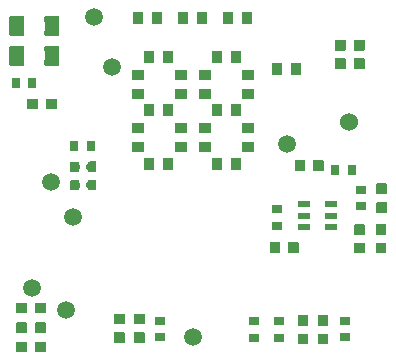
<source format=gtp>
G04*
G04 #@! TF.GenerationSoftware,Altium Limited,Altium Designer,20.0.2 (26)*
G04*
G04 Layer_Color=8421504*
%FSLAX25Y25*%
%MOIN*%
G70*
G01*
G75*
%ADD17C,0.06000*%
%ADD18C,0.05906*%
%ADD19R,0.03543X0.03937*%
%ADD20R,0.03150X0.03543*%
%ADD21R,0.03543X0.03150*%
%ADD22R,0.03150X0.03402*%
%ADD23R,0.03937X0.03543*%
%ADD24R,0.03402X0.03175*%
%ADD25R,0.03175X0.03402*%
%ADD26R,0.04754X0.06697*%
%ADD27R,0.04221X0.02095*%
G36*
X26064Y118955D02*
Y113045D01*
X25671Y112652D01*
X21704D01*
X21310Y113045D01*
Y114468D01*
X21704Y114862D01*
X22533D01*
X22927Y115255D01*
Y116745D01*
X22533Y117139D01*
X21704D01*
X21310Y117532D01*
Y118955D01*
X21704Y119348D01*
X25671D01*
X26064Y118955D01*
D02*
G37*
G36*
X14421D02*
Y117532D01*
X14027Y117139D01*
X13198D01*
X12804Y116745D01*
Y115255D01*
X13198Y114862D01*
X14027D01*
X14421Y114468D01*
Y113045D01*
X14027Y112652D01*
X10060D01*
X9667Y113045D01*
Y118955D01*
X10060Y119348D01*
X14027D01*
X14421Y118955D01*
D02*
G37*
G36*
X128072Y111205D02*
Y108094D01*
X127875Y107898D01*
X126977D01*
Y109394D01*
X125678D01*
Y107898D01*
X124725D01*
X124528Y108094D01*
Y111205D01*
X124725Y111401D01*
X127875D01*
X128072Y111205D01*
D02*
G37*
G36*
X121772D02*
Y108094D01*
X121575Y107898D01*
X120677D01*
Y109394D01*
X119378D01*
Y107898D01*
X118425D01*
X118228Y108094D01*
Y111205D01*
X118425Y111401D01*
X121575D01*
X121772Y111205D01*
D02*
G37*
G36*
X128072Y104945D02*
Y101795D01*
X127875Y101598D01*
X124725D01*
X124528Y101795D01*
Y104945D01*
X124725Y105142D01*
X125678D01*
Y103685D01*
X126977D01*
Y105142D01*
X127875D01*
X128072Y104945D01*
D02*
G37*
G36*
X121772D02*
Y101795D01*
X121575Y101598D01*
X118425D01*
X118228Y101795D01*
Y104945D01*
X118425Y105142D01*
X119378D01*
Y103685D01*
X120677D01*
Y105142D01*
X121575D01*
X121772Y104945D01*
D02*
G37*
G36*
X26064Y109055D02*
Y103145D01*
X25671Y102752D01*
X21704D01*
X21310Y103145D01*
Y104568D01*
X21704Y104962D01*
X22533D01*
X22927Y105355D01*
Y106845D01*
X22533Y107238D01*
X21704D01*
X21310Y107632D01*
Y109055D01*
X21704Y109448D01*
X25671D01*
X26064Y109055D01*
D02*
G37*
G36*
X14421D02*
Y107632D01*
X14027Y107238D01*
X13198D01*
X12804Y106845D01*
Y105355D01*
X13198Y104962D01*
X14027D01*
X14421Y104568D01*
Y103145D01*
X14027Y102752D01*
X10060D01*
X9667Y103145D01*
Y109055D01*
X10060Y109448D01*
X14027D01*
X14421Y109055D01*
D02*
G37*
G36*
X25402Y91575D02*
Y88425D01*
X25205Y88228D01*
X22055D01*
X21858Y88425D01*
Y89378D01*
X23315D01*
Y90677D01*
X21858D01*
Y91575D01*
X22055Y91772D01*
X25205D01*
X25402Y91575D01*
D02*
G37*
G36*
X19102D02*
Y90677D01*
X17606D01*
Y89378D01*
X19102D01*
Y88425D01*
X18906Y88228D01*
X15795D01*
X15598Y88425D01*
Y91575D01*
X15795Y91772D01*
X18906D01*
X19102Y91575D01*
D02*
G37*
G36*
X114502Y71175D02*
Y68025D01*
X114305Y67828D01*
X111194D01*
X110998Y68025D01*
Y68923D01*
X112494D01*
Y70222D01*
X110998D01*
Y71175D01*
X111194Y71372D01*
X114305D01*
X114502Y71175D01*
D02*
G37*
G36*
X108242D02*
Y70222D01*
X106785D01*
Y68923D01*
X108242D01*
Y68025D01*
X108045Y67828D01*
X104895D01*
X104698Y68025D01*
Y71175D01*
X104895Y71372D01*
X108045D01*
X108242Y71175D01*
D02*
G37*
G36*
X38652Y70612D02*
Y67714D01*
X38400Y67462D01*
X36419D01*
X35339Y68619D01*
Y69707D01*
X36419Y70864D01*
X38400D01*
X38652Y70612D01*
D02*
G37*
G36*
X33309Y69663D02*
Y68574D01*
X32230Y67418D01*
X30248D01*
X29996Y67670D01*
Y70567D01*
X30248Y70819D01*
X32230D01*
X33309Y69663D01*
D02*
G37*
G36*
X38652Y64509D02*
Y61611D01*
X38400Y61359D01*
X36419D01*
X35339Y62515D01*
Y63604D01*
X36419Y64761D01*
X38400D01*
X38652Y64509D01*
D02*
G37*
G36*
X33309Y63560D02*
Y62471D01*
X32230Y61315D01*
X30248D01*
X29996Y61567D01*
Y64464D01*
X30248Y64716D01*
X32230D01*
X33309Y63560D01*
D02*
G37*
G36*
X135472Y63405D02*
Y60255D01*
X135275Y60058D01*
X134322D01*
Y61515D01*
X133023D01*
Y60058D01*
X132125D01*
X131928Y60255D01*
Y63405D01*
X132125Y63602D01*
X135275D01*
X135472Y63405D01*
D02*
G37*
G36*
Y57106D02*
Y53995D01*
X135275Y53799D01*
X132125D01*
X131928Y53995D01*
Y57106D01*
X132125Y57302D01*
X133023D01*
Y55806D01*
X134322D01*
Y57302D01*
X135275D01*
X135472Y57106D01*
D02*
G37*
G36*
X135295Y49826D02*
Y46676D01*
X135099Y46480D01*
X134146D01*
Y47936D01*
X132846D01*
Y46480D01*
X131949D01*
X131752Y46676D01*
Y49826D01*
X131949Y50023D01*
X135099D01*
X135295Y49826D01*
D02*
G37*
G36*
X128195D02*
Y46676D01*
X127998Y46480D01*
X127046D01*
Y47936D01*
X125746D01*
Y46480D01*
X124849D01*
X124652Y46676D01*
Y49826D01*
X124849Y50023D01*
X127998D01*
X128195Y49826D01*
D02*
G37*
G36*
X135295Y43527D02*
Y40417D01*
X135099Y40220D01*
X131949D01*
X131752Y40417D01*
Y43527D01*
X131949Y43724D01*
X132846D01*
Y42228D01*
X134146D01*
Y43724D01*
X135099D01*
X135295Y43527D01*
D02*
G37*
G36*
X128195D02*
Y40417D01*
X127998Y40220D01*
X124849D01*
X124652Y40417D01*
Y43527D01*
X124849Y43724D01*
X125746D01*
Y42228D01*
X127046D01*
Y43724D01*
X127998D01*
X128195Y43527D01*
D02*
G37*
G36*
X106160Y43844D02*
Y40694D01*
X105963Y40497D01*
X102852D01*
X102656Y40694D01*
Y41592D01*
X104152D01*
Y42891D01*
X102656D01*
Y43844D01*
X102852Y44041D01*
X105963D01*
X106160Y43844D01*
D02*
G37*
G36*
X99900D02*
Y42891D01*
X98443D01*
Y41592D01*
X99900D01*
Y40694D01*
X99703Y40497D01*
X96553D01*
X96356Y40694D01*
Y43844D01*
X96553Y44041D01*
X99703D01*
X99900Y43844D01*
D02*
G37*
G36*
X21802Y23575D02*
Y20425D01*
X21605Y20228D01*
X18455D01*
X18258Y20425D01*
Y21378D01*
X19715D01*
Y22677D01*
X18258D01*
Y23575D01*
X18455Y23772D01*
X21605D01*
X21802Y23575D01*
D02*
G37*
G36*
X15502D02*
Y22677D01*
X14006D01*
Y21378D01*
X15502D01*
Y20425D01*
X15306Y20228D01*
X12195D01*
X11998Y20425D01*
Y23575D01*
X12195Y23772D01*
X15306D01*
X15502Y23575D01*
D02*
G37*
G36*
X54772Y19969D02*
Y16858D01*
X54575Y16661D01*
X53677D01*
Y18158D01*
X52378D01*
Y16661D01*
X51425D01*
X51228Y16858D01*
Y19969D01*
X51425Y20165D01*
X54575D01*
X54772Y19969D01*
D02*
G37*
G36*
X48072Y19969D02*
Y16819D01*
X47875Y16622D01*
X46922D01*
Y18079D01*
X45623D01*
Y16622D01*
X44725D01*
X44528Y16819D01*
Y19969D01*
X44725Y20166D01*
X47875D01*
X48072Y19969D01*
D02*
G37*
G36*
X115972Y19483D02*
Y16373D01*
X115775Y16176D01*
X114877D01*
Y17672D01*
X113578D01*
Y16176D01*
X112625D01*
X112428Y16373D01*
Y19483D01*
X112625Y19680D01*
X115775D01*
X115972Y19483D01*
D02*
G37*
G36*
X109272Y19474D02*
Y16324D01*
X109075Y16127D01*
X108122D01*
Y17584D01*
X106823D01*
Y16127D01*
X105925D01*
X105728Y16324D01*
Y19474D01*
X105925Y19671D01*
X109075D01*
X109272Y19474D01*
D02*
G37*
G36*
X21802Y17075D02*
Y13925D01*
X21605Y13728D01*
X18455D01*
X18258Y13925D01*
Y14878D01*
X19715D01*
Y16177D01*
X18258D01*
Y17075D01*
X18455Y17272D01*
X21605D01*
X21802Y17075D01*
D02*
G37*
G36*
X15502D02*
Y16177D01*
X14006D01*
Y14878D01*
X15502D01*
Y13925D01*
X15306Y13728D01*
X12195D01*
X11998Y13925D01*
Y17075D01*
X12195Y17272D01*
X15306D01*
X15502Y17075D01*
D02*
G37*
G36*
X54772Y13709D02*
Y10559D01*
X54575Y10362D01*
X51425D01*
X51228Y10559D01*
Y13709D01*
X51425Y13906D01*
X52378D01*
Y12449D01*
X53677D01*
Y13906D01*
X54575D01*
X54772Y13709D01*
D02*
G37*
G36*
X48072Y13669D02*
Y10559D01*
X47875Y10362D01*
X44725D01*
X44528Y10559D01*
Y13669D01*
X44725Y13866D01*
X45623D01*
Y12370D01*
X46922D01*
Y13866D01*
X47875D01*
X48072Y13669D01*
D02*
G37*
G36*
X115972Y13224D02*
Y10074D01*
X115775Y9877D01*
X112625D01*
X112428Y10074D01*
Y13224D01*
X112625Y13420D01*
X113578D01*
Y11964D01*
X114877D01*
Y13420D01*
X115775D01*
X115972Y13224D01*
D02*
G37*
G36*
X109272Y13175D02*
Y10064D01*
X109075Y9867D01*
X105925D01*
X105728Y10064D01*
Y13175D01*
X105925Y13371D01*
X106823D01*
Y11875D01*
X108122D01*
Y13371D01*
X109075D01*
X109272Y13175D01*
D02*
G37*
G36*
X21802Y10575D02*
Y7425D01*
X21605Y7228D01*
X18455D01*
X18258Y7425D01*
Y8378D01*
X19715D01*
Y9677D01*
X18258D01*
Y10575D01*
X18455Y10772D01*
X21605D01*
X21802Y10575D01*
D02*
G37*
G36*
X15502D02*
Y9677D01*
X14006D01*
Y8378D01*
X15502D01*
Y7425D01*
X15306Y7228D01*
X12195D01*
X11998Y7425D01*
Y10575D01*
X12195Y10772D01*
X15306D01*
X15502Y10575D01*
D02*
G37*
D17*
X122700Y84000D02*
D03*
D18*
X38000Y119000D02*
D03*
X44000Y102500D02*
D03*
X102300Y76800D02*
D03*
X71000Y12200D02*
D03*
X28400Y21200D02*
D03*
X17100Y28700D02*
D03*
X23500Y64000D02*
D03*
X30900Y52400D02*
D03*
D19*
X85050Y88000D02*
D03*
X78751D02*
D03*
X85050Y105800D02*
D03*
X78751D02*
D03*
X62650D02*
D03*
X56351D02*
D03*
X98950Y101800D02*
D03*
X105249D02*
D03*
X62650Y70100D02*
D03*
X56351D02*
D03*
X62650Y88000D02*
D03*
X56351D02*
D03*
X85050Y70100D02*
D03*
X78751D02*
D03*
X52650Y118700D02*
D03*
X58949D02*
D03*
X67625D02*
D03*
X73925D02*
D03*
X82601D02*
D03*
X88900D02*
D03*
D20*
X118268Y67892D02*
D03*
X123779D02*
D03*
X17255Y96900D02*
D03*
X11744D02*
D03*
X36755Y76100D02*
D03*
X31245D02*
D03*
D21*
X126724Y55899D02*
D03*
Y61410D02*
D03*
X98822Y55024D02*
D03*
Y49514D02*
D03*
X121400Y12268D02*
D03*
Y17779D02*
D03*
X91100Y17656D02*
D03*
Y12145D02*
D03*
X99550Y17656D02*
D03*
Y12145D02*
D03*
X60000Y17800D02*
D03*
Y12289D02*
D03*
D22*
X37056Y69100D02*
D03*
X31545D02*
D03*
X37056Y62997D02*
D03*
X31545D02*
D03*
D23*
X66700Y93350D02*
D03*
Y99649D02*
D03*
X89300Y93350D02*
D03*
Y99649D02*
D03*
X52500Y93350D02*
D03*
Y99649D02*
D03*
X74900Y93350D02*
D03*
Y99649D02*
D03*
X66753Y82050D02*
D03*
Y75751D02*
D03*
X89300Y82050D02*
D03*
Y75751D02*
D03*
X52400Y82050D02*
D03*
Y75751D02*
D03*
X74900Y82050D02*
D03*
Y75751D02*
D03*
D24*
X120000Y109466D02*
D03*
Y103534D02*
D03*
X126300Y109466D02*
D03*
Y103534D02*
D03*
X133700Y55734D02*
D03*
Y61665D02*
D03*
X126424Y42156D02*
D03*
Y48087D02*
D03*
X133524Y42156D02*
D03*
Y48087D02*
D03*
X107500Y11804D02*
D03*
Y17734D02*
D03*
X114200Y17744D02*
D03*
Y11813D02*
D03*
X46300Y12298D02*
D03*
Y18229D02*
D03*
X53000D02*
D03*
Y12298D02*
D03*
D25*
X112566Y69600D02*
D03*
X106634D02*
D03*
X104224Y42269D02*
D03*
X98293D02*
D03*
X17535Y90000D02*
D03*
X23465D02*
D03*
X13935Y22000D02*
D03*
X19865D02*
D03*
X13935Y9000D02*
D03*
X19865D02*
D03*
X13935Y15500D02*
D03*
X19865D02*
D03*
D26*
X12043Y106100D02*
D03*
X23687D02*
D03*
X12043Y116000D02*
D03*
X23687D02*
D03*
D27*
X116834Y56540D02*
D03*
Y52800D02*
D03*
Y49060D02*
D03*
X107787D02*
D03*
Y52800D02*
D03*
Y56540D02*
D03*
M02*

</source>
